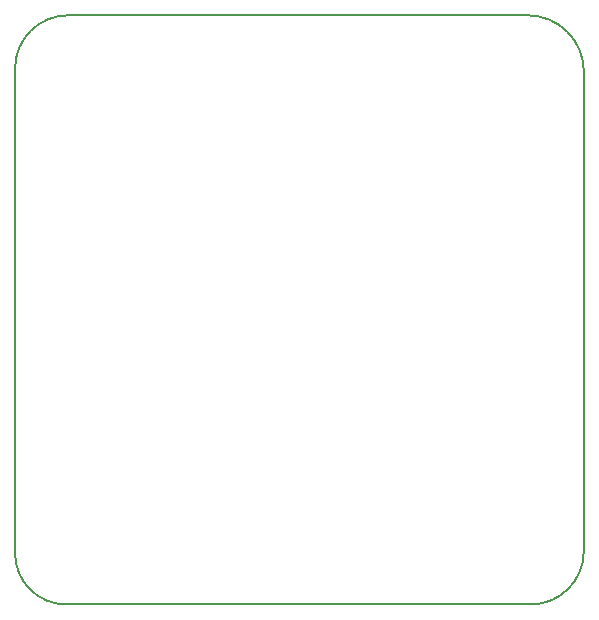
<source format=gko>
G04*
G04 #@! TF.GenerationSoftware,Altium Limited,Altium Designer,21.3.2 (30)*
G04*
G04 Layer_Color=16711935*
%FSTAX25Y25*%
%MOIN*%
G70*
G04*
G04 #@! TF.SameCoordinates,B4C271EC-4B27-40F8-A0F4-B21306F732D5*
G04*
G04*
G04 #@! TF.FilePolarity,Positive*
G04*
G01*
G75*
%ADD14C,0.00500*%
D14*
X0685252Y03036D02*
G03*
X0703Y0321349I0J0017749D01*
G01*
Y0481254D02*
G03*
X0684254Y05I-0018746J0D01*
G01*
X05134Y0320695D02*
G03*
X0530495Y03036I0017095J0D01*
G01*
X0531142Y05D02*
G03*
X05134Y0482258I0J-0017742D01*
G01*
X0703Y0480042D02*
Y0481254D01*
X0680042Y05D02*
X0684254D01*
X05134Y0320695D02*
Y0326695D01*
X0530495Y03036D02*
X068142D01*
X0685252D01*
X05134Y0326695D02*
Y0482258D01*
X0531142Y05D02*
X0680042D01*
X0703Y0321349D02*
Y0480042D01*
M02*

</source>
